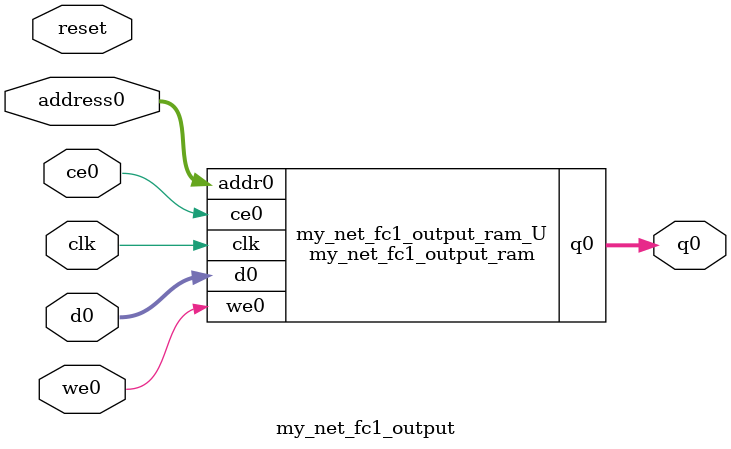
<source format=v>
`timescale 1 ns / 1 ps
module my_net_fc1_output_ram (addr0, ce0, d0, we0, q0,  clk);

parameter DWIDTH = 16;
parameter AWIDTH = 7;
parameter MEM_SIZE = 120;

input[AWIDTH-1:0] addr0;
input ce0;
input[DWIDTH-1:0] d0;
input we0;
output reg[DWIDTH-1:0] q0;
input clk;

(* ram_style = "block" *)reg [DWIDTH-1:0] ram[0:MEM_SIZE-1];




always @(posedge clk)  
begin 
    if (ce0) 
    begin
        if (we0) 
        begin 
            ram[addr0] <= d0; 
        end 
        q0 <= ram[addr0];
    end
end


endmodule

`timescale 1 ns / 1 ps
module my_net_fc1_output(
    reset,
    clk,
    address0,
    ce0,
    we0,
    d0,
    q0);

parameter DataWidth = 32'd16;
parameter AddressRange = 32'd120;
parameter AddressWidth = 32'd7;
input reset;
input clk;
input[AddressWidth - 1:0] address0;
input ce0;
input we0;
input[DataWidth - 1:0] d0;
output[DataWidth - 1:0] q0;



my_net_fc1_output_ram my_net_fc1_output_ram_U(
    .clk( clk ),
    .addr0( address0 ),
    .ce0( ce0 ),
    .we0( we0 ),
    .d0( d0 ),
    .q0( q0 ));

endmodule


</source>
